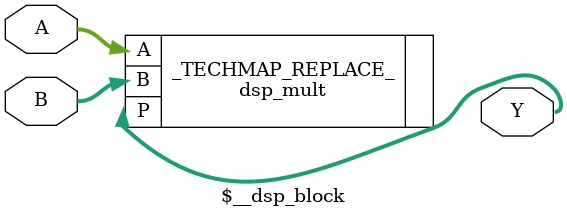
<source format=v>
module \$__dsp_block (input [17:0] A, input [17:0] B, output [39:0] Y);
	parameter A_SIGNED = 0;
	parameter B_SIGNED = 0;
	parameter A_WIDTH = 0;
	parameter B_WIDTH = 0;
	parameter Y_WIDTH = 0;

	dsp_mult 

	 _TECHMAP_REPLACE_ (
		.A(A),
		.B(B),
		.P(Y),
	);
endmodule


</source>
